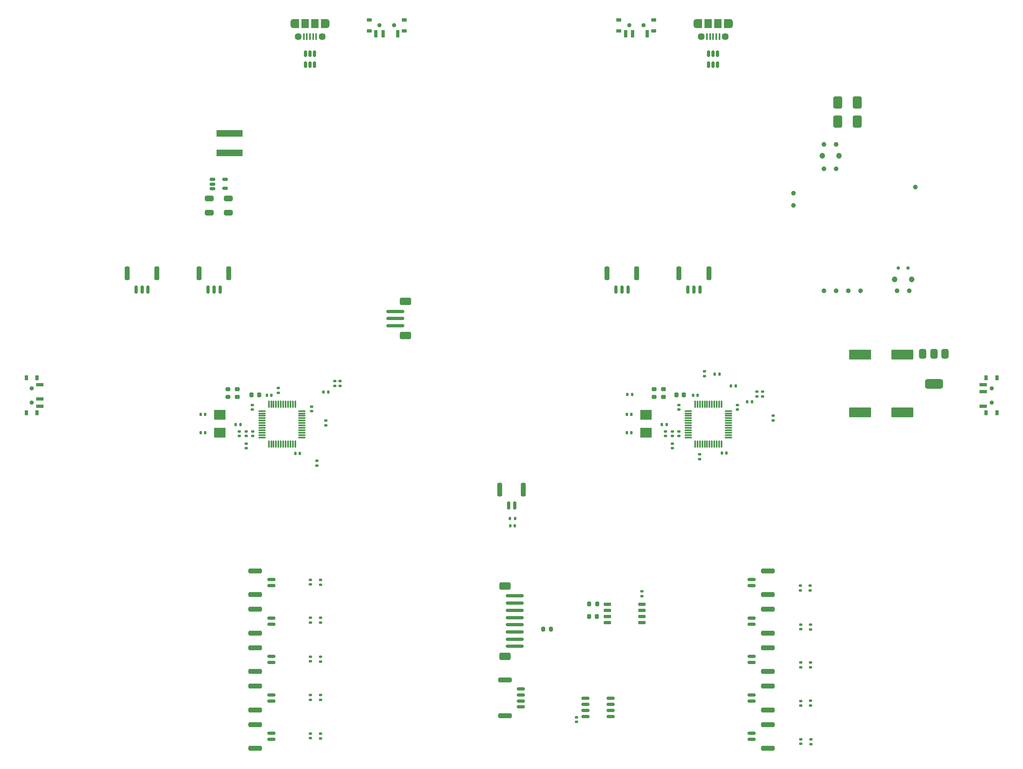
<source format=gbr>
%TF.GenerationSoftware,KiCad,Pcbnew,8.0.3*%
%TF.CreationDate,2024-06-21T22:14:07+02:00*%
%TF.ProjectId,Pilot,50696c6f-742e-46b6-9963-61645f706362,rev?*%
%TF.SameCoordinates,Original*%
%TF.FileFunction,Soldermask,Top*%
%TF.FilePolarity,Negative*%
%FSLAX46Y46*%
G04 Gerber Fmt 4.6, Leading zero omitted, Abs format (unit mm)*
G04 Created by KiCad (PCBNEW 8.0.3) date 2024-06-21 22:14:07*
%MOMM*%
%LPD*%
G01*
G04 APERTURE LIST*
G04 Aperture macros list*
%AMRoundRect*
0 Rectangle with rounded corners*
0 $1 Rounding radius*
0 $2 $3 $4 $5 $6 $7 $8 $9 X,Y pos of 4 corners*
0 Add a 4 corners polygon primitive as box body*
4,1,4,$2,$3,$4,$5,$6,$7,$8,$9,$2,$3,0*
0 Add four circle primitives for the rounded corners*
1,1,$1+$1,$2,$3*
1,1,$1+$1,$4,$5*
1,1,$1+$1,$6,$7*
1,1,$1+$1,$8,$9*
0 Add four rect primitives between the rounded corners*
20,1,$1+$1,$2,$3,$4,$5,0*
20,1,$1+$1,$4,$5,$6,$7,0*
20,1,$1+$1,$6,$7,$8,$9,0*
20,1,$1+$1,$8,$9,$2,$3,0*%
G04 Aperture macros list end*
%ADD10RoundRect,0.140000X0.170000X-0.140000X0.170000X0.140000X-0.170000X0.140000X-0.170000X-0.140000X0*%
%ADD11RoundRect,0.250001X2.049999X0.799999X-2.049999X0.799999X-2.049999X-0.799999X2.049999X-0.799999X0*%
%ADD12RoundRect,0.150000X-0.700000X0.150000X-0.700000X-0.150000X0.700000X-0.150000X0.700000X0.150000X0*%
%ADD13RoundRect,0.250000X-1.150000X0.250000X-1.150000X-0.250000X1.150000X-0.250000X1.150000X0.250000X0*%
%ADD14RoundRect,0.140000X-0.170000X0.140000X-0.170000X-0.140000X0.170000X-0.140000X0.170000X0.140000X0*%
%ADD15R,1.000000X0.800000*%
%ADD16C,0.900000*%
%ADD17R,0.700000X1.500000*%
%ADD18R,2.400000X2.000000*%
%ADD19RoundRect,0.140000X-0.140000X-0.170000X0.140000X-0.170000X0.140000X0.170000X-0.140000X0.170000X0*%
%ADD20RoundRect,0.135000X-0.185000X0.135000X-0.185000X-0.135000X0.185000X-0.135000X0.185000X0.135000X0*%
%ADD21RoundRect,0.200000X-0.200000X-0.275000X0.200000X-0.275000X0.200000X0.275000X-0.200000X0.275000X0*%
%ADD22RoundRect,0.225000X0.225000X0.250000X-0.225000X0.250000X-0.225000X-0.250000X0.225000X-0.250000X0*%
%ADD23RoundRect,0.140000X0.140000X0.170000X-0.140000X0.170000X-0.140000X-0.170000X0.140000X-0.170000X0*%
%ADD24RoundRect,0.175000X1.675000X-0.175000X1.675000X0.175000X-1.675000X0.175000X-1.675000X-0.175000X0*%
%ADD25RoundRect,0.250001X0.899999X-0.499999X0.899999X0.499999X-0.899999X0.499999X-0.899999X-0.499999X0*%
%ADD26RoundRect,0.155500X-0.397000X0.155500X-0.397000X-0.155500X0.397000X-0.155500X0.397000X0.155500X0*%
%ADD27RoundRect,0.150000X0.700000X-0.150000X0.700000X0.150000X-0.700000X0.150000X-0.700000X-0.150000X0*%
%ADD28RoundRect,0.250000X1.150000X-0.250000X1.150000X0.250000X-1.150000X0.250000X-1.150000X-0.250000X0*%
%ADD29RoundRect,0.147500X0.172500X-0.147500X0.172500X0.147500X-0.172500X0.147500X-0.172500X-0.147500X0*%
%ADD30RoundRect,0.250000X0.650000X-1.000000X0.650000X1.000000X-0.650000X1.000000X-0.650000X-1.000000X0*%
%ADD31RoundRect,0.150000X-0.650000X-0.150000X0.650000X-0.150000X0.650000X0.150000X-0.650000X0.150000X0*%
%ADD32RoundRect,0.135000X0.135000X0.185000X-0.135000X0.185000X-0.135000X-0.185000X0.135000X-0.185000X0*%
%ADD33RoundRect,0.135000X0.185000X-0.135000X0.185000X0.135000X-0.185000X0.135000X-0.185000X-0.135000X0*%
%ADD34R,0.400000X1.350000*%
%ADD35O,1.200000X1.900000*%
%ADD36R,1.200000X1.900000*%
%ADD37C,1.450000*%
%ADD38R,1.500000X1.900000*%
%ADD39R,5.500000X1.430000*%
%ADD40RoundRect,0.375000X-0.375000X0.625000X-0.375000X-0.625000X0.375000X-0.625000X0.375000X0.625000X0*%
%ADD41RoundRect,0.500000X-1.400000X0.500000X-1.400000X-0.500000X1.400000X-0.500000X1.400000X0.500000X0*%
%ADD42RoundRect,0.135000X-0.135000X-0.185000X0.135000X-0.185000X0.135000X0.185000X-0.135000X0.185000X0*%
%ADD43RoundRect,0.200000X0.200000X0.275000X-0.200000X0.275000X-0.200000X-0.275000X0.200000X-0.275000X0*%
%ADD44RoundRect,0.175000X-1.675000X0.175000X-1.675000X-0.175000X1.675000X-0.175000X1.675000X0.175000X0*%
%ADD45RoundRect,0.250001X-0.899999X0.499999X-0.899999X-0.499999X0.899999X-0.499999X0.899999X0.499999X0*%
%ADD46RoundRect,0.150000X-0.150000X-0.700000X0.150000X-0.700000X0.150000X0.700000X-0.150000X0.700000X0*%
%ADD47RoundRect,0.250000X-0.250000X-1.150000X0.250000X-1.150000X0.250000X1.150000X-0.250000X1.150000X0*%
%ADD48RoundRect,0.150000X-0.150000X0.512500X-0.150000X-0.512500X0.150000X-0.512500X0.150000X0.512500X0*%
%ADD49RoundRect,0.250000X-0.650000X0.325000X-0.650000X-0.325000X0.650000X-0.325000X0.650000X0.325000X0*%
%ADD50RoundRect,0.075000X-0.662500X-0.075000X0.662500X-0.075000X0.662500X0.075000X-0.662500X0.075000X0*%
%ADD51RoundRect,0.075000X-0.075000X-0.662500X0.075000X-0.662500X0.075000X0.662500X-0.075000X0.662500X0*%
%ADD52R,0.800000X1.000000*%
%ADD53R,1.500000X0.700000*%
%ADD54RoundRect,0.200000X-0.275000X0.200000X-0.275000X-0.200000X0.275000X-0.200000X0.275000X0.200000X0*%
%ADD55RoundRect,0.218750X-0.256250X0.218750X-0.256250X-0.218750X0.256250X-0.218750X0.256250X0.218750X0*%
%ADD56RoundRect,0.150000X0.675000X0.150000X-0.675000X0.150000X-0.675000X-0.150000X0.675000X-0.150000X0*%
%ADD57C,1.000000*%
%ADD58C,0.700000*%
%ADD59C,1.200000*%
G04 APERTURE END LIST*
D10*
%TO.C,C26*%
X48000000Y-81980000D03*
X48000000Y-81020000D03*
%TD*%
D11*
%TO.C,C34*%
X183400000Y-70500000D03*
X174600000Y-70500000D03*
%TD*%
D12*
%TO.C,J10*%
X152050000Y-125375000D03*
X152050000Y-126625000D03*
D13*
X155400000Y-123525000D03*
X155400000Y-128475000D03*
%TD*%
D14*
%TO.C,C24*%
X45300000Y-86520000D03*
X45300000Y-87480000D03*
%TD*%
D15*
%TO.C,SW3*%
X79650000Y-3080000D03*
X79650000Y-870000D03*
D16*
X77500000Y-1970000D03*
X74500000Y-1970000D03*
D15*
X72350000Y-3080000D03*
X72350000Y-870000D03*
D17*
X78250000Y-3730000D03*
X75250000Y-3730000D03*
X73750000Y-3730000D03*
%TD*%
D11*
%TO.C,C35*%
X183400000Y-82500000D03*
X174600000Y-82500000D03*
%TD*%
D10*
%TO.C,C13*%
X60100000Y-134380000D03*
X60100000Y-133420000D03*
%TD*%
D18*
%TO.C,Y2*%
X41200000Y-86750000D03*
X41200000Y-83050000D03*
%TD*%
D10*
%TO.C,C18*%
X162300000Y-143580000D03*
X162300000Y-142620000D03*
%TD*%
D14*
%TO.C,C28*%
X60300000Y-81320000D03*
X60300000Y-82280000D03*
%TD*%
D19*
%TO.C,C9*%
X126038000Y-83000000D03*
X126998000Y-83000000D03*
%TD*%
D20*
%TO.C,R29*%
X65200000Y-75990000D03*
X65200000Y-77010000D03*
%TD*%
D21*
%TO.C,R24*%
X118175000Y-122400000D03*
X119825000Y-122400000D03*
%TD*%
D22*
%TO.C,C2*%
X137875000Y-78900000D03*
X136325000Y-78900000D03*
%TD*%
D10*
%TO.C,C23*%
X115500000Y-146960000D03*
X115500000Y-146000000D03*
%TD*%
D18*
%TO.C,Y1*%
X130038000Y-86750000D03*
X130038000Y-83050000D03*
%TD*%
D19*
%TO.C,C6*%
X139837000Y-79000000D03*
X140797000Y-79000000D03*
%TD*%
D10*
%TO.C,C21*%
X162300000Y-135600000D03*
X162300000Y-134640000D03*
%TD*%
D23*
%TO.C,C4*%
X146780000Y-91000000D03*
X145820000Y-91000000D03*
%TD*%
D24*
%TO.C,J13*%
X102700000Y-131250000D03*
X102700000Y-129750000D03*
X102700000Y-128250000D03*
X102700000Y-126750000D03*
X102700000Y-125250000D03*
X102700000Y-123750000D03*
X102700000Y-122250000D03*
X102700000Y-120750000D03*
D25*
X100600000Y-133300000D03*
X100600000Y-118700000D03*
%TD*%
D20*
%TO.C,R18*%
X164300000Y-142590000D03*
X164300000Y-143610000D03*
%TD*%
D26*
%TO.C,U9*%
X39700000Y-34050000D03*
X39700000Y-35000000D03*
X39700000Y-35950000D03*
X42300000Y-35900000D03*
X42300000Y-34050000D03*
%TD*%
D27*
%TO.C,J6*%
X51950000Y-150625000D03*
X51950000Y-149375000D03*
D28*
X48600000Y-152475000D03*
X48600000Y-147525000D03*
%TD*%
D29*
%TO.C,L1*%
X135548000Y-89985000D03*
X135548000Y-89015000D03*
%TD*%
D30*
%TO.C,D4*%
X170000000Y-22000000D03*
X170000000Y-18000000D03*
%TD*%
D31*
%TO.C,U2*%
X122000000Y-122460000D03*
X122000000Y-123730000D03*
X122000000Y-125000000D03*
X122000000Y-126270000D03*
X129200000Y-126270000D03*
X129200000Y-125000000D03*
X129200000Y-123730000D03*
X129200000Y-122460000D03*
%TD*%
D32*
%TO.C,R11*%
X102710000Y-104675000D03*
X101690000Y-104675000D03*
%TD*%
D33*
%TO.C,R26*%
X156500000Y-84210000D03*
X156500000Y-83190000D03*
%TD*%
%TO.C,R4*%
X61400000Y-93610000D03*
X61400000Y-92590000D03*
%TD*%
D27*
%TO.C,J4*%
X51950000Y-134625000D03*
X51950000Y-133375000D03*
D28*
X48600000Y-136475000D03*
X48600000Y-131525000D03*
%TD*%
D34*
%TO.C,J20*%
X61300000Y-4262500D03*
X60650000Y-4262500D03*
X60000000Y-4262500D03*
X59350000Y-4262500D03*
X58700000Y-4262500D03*
D35*
X63500000Y-1562500D03*
D36*
X62900000Y-1562500D03*
D37*
X62500000Y-4262500D03*
D38*
X61000000Y-1562500D03*
X59000000Y-1562500D03*
D37*
X57500000Y-4262500D03*
D36*
X57100000Y-1562500D03*
D35*
X56500000Y-1562500D03*
%TD*%
D39*
%TO.C,L3*%
X43200000Y-28520000D03*
X43200000Y-24480000D03*
%TD*%
D40*
%TO.C,U8*%
X192300000Y-70350000D03*
X190000000Y-70350000D03*
D41*
X190000000Y-76650000D03*
D40*
X187700000Y-70350000D03*
%TD*%
D20*
%TO.C,R13*%
X62200000Y-133390000D03*
X62200000Y-134410000D03*
%TD*%
D42*
%TO.C,R30*%
X62790000Y-78300000D03*
X63810000Y-78300000D03*
%TD*%
D20*
%TO.C,R6*%
X153100000Y-78190000D03*
X153100000Y-79210000D03*
%TD*%
D43*
%TO.C,R23*%
X110225000Y-127700000D03*
X108575000Y-127700000D03*
%TD*%
D44*
%TO.C,J15*%
X77800000Y-61500000D03*
X77800000Y-63000000D03*
X77800000Y-64500000D03*
D45*
X79900000Y-59450000D03*
X79900000Y-66550000D03*
%TD*%
D46*
%TO.C,J19*%
X123750000Y-56950000D03*
X125000000Y-56950000D03*
X126250000Y-56950000D03*
D47*
X121900000Y-53600000D03*
X128100000Y-53600000D03*
%TD*%
D46*
%TO.C,J18*%
X138750000Y-56950000D03*
X140000000Y-56950000D03*
X141250000Y-56950000D03*
D47*
X136900000Y-53600000D03*
X143100000Y-53600000D03*
%TD*%
D43*
%TO.C,R25*%
X119805000Y-125015000D03*
X118155000Y-125015000D03*
%TD*%
D34*
%TO.C,J14*%
X145300000Y-4262500D03*
X144650000Y-4262500D03*
X144000000Y-4262500D03*
X143350000Y-4262500D03*
X142700000Y-4262500D03*
D35*
X147500000Y-1562500D03*
D36*
X146900000Y-1562500D03*
D37*
X146500000Y-4262500D03*
D38*
X145000000Y-1562500D03*
X143000000Y-1562500D03*
D37*
X141500000Y-4262500D03*
D36*
X141100000Y-1562500D03*
D35*
X140500000Y-1562500D03*
%TD*%
D20*
%TO.C,R8*%
X142200000Y-74000000D03*
X142200000Y-75020000D03*
%TD*%
%TO.C,R31*%
X53425000Y-77450000D03*
X53425000Y-78470000D03*
%TD*%
D48*
%TO.C,U6*%
X60950000Y-7862500D03*
X60000000Y-7862500D03*
X59050000Y-7862500D03*
X59050000Y-10137500D03*
X60000000Y-10137500D03*
X60950000Y-10137500D03*
%TD*%
D49*
%TO.C,C37*%
X39000000Y-38025000D03*
X39000000Y-40975000D03*
%TD*%
D19*
%TO.C,C32*%
X37200000Y-83000000D03*
X38160000Y-83000000D03*
%TD*%
D10*
%TO.C,C12*%
X60100000Y-118380000D03*
X60100000Y-117420000D03*
%TD*%
D42*
%TO.C,R2*%
X144290000Y-74600000D03*
X145310000Y-74600000D03*
%TD*%
D30*
%TO.C,D3*%
X174000000Y-22000000D03*
X174000000Y-18000000D03*
%TD*%
D20*
%TO.C,R20*%
X164400000Y-150590000D03*
X164400000Y-151610000D03*
%TD*%
D49*
%TO.C,C36*%
X43000000Y-38025000D03*
X43000000Y-40975000D03*
%TD*%
D33*
%TO.C,R27*%
X63300000Y-85210000D03*
X63300000Y-84190000D03*
%TD*%
D23*
%TO.C,C27*%
X57880000Y-91100000D03*
X56920000Y-91100000D03*
%TD*%
D50*
%TO.C,U1*%
X138837500Y-82250000D03*
X138837500Y-82750000D03*
X138837500Y-83250000D03*
X138837500Y-83750000D03*
X138837500Y-84250000D03*
X138837500Y-84750000D03*
X138837500Y-85250000D03*
X138837500Y-85750000D03*
X138837500Y-86250000D03*
X138837500Y-86750000D03*
X138837500Y-87250000D03*
X138837500Y-87750000D03*
D51*
X140250000Y-89162500D03*
X140750000Y-89162500D03*
X141250000Y-89162500D03*
X141750000Y-89162500D03*
X142250000Y-89162500D03*
X142750000Y-89162500D03*
X143250000Y-89162500D03*
X143750000Y-89162500D03*
X144250000Y-89162500D03*
X144750000Y-89162500D03*
X145250000Y-89162500D03*
X145750000Y-89162500D03*
D50*
X147162500Y-87750000D03*
X147162500Y-87250000D03*
X147162500Y-86750000D03*
X147162500Y-86250000D03*
X147162500Y-85750000D03*
X147162500Y-85250000D03*
X147162500Y-84750000D03*
X147162500Y-84250000D03*
X147162500Y-83750000D03*
X147162500Y-83250000D03*
X147162500Y-82750000D03*
X147162500Y-82250000D03*
D51*
X145750000Y-80837500D03*
X145250000Y-80837500D03*
X144750000Y-80837500D03*
X144250000Y-80837500D03*
X143750000Y-80837500D03*
X143250000Y-80837500D03*
X142750000Y-80837500D03*
X142250000Y-80837500D03*
X141750000Y-80837500D03*
X141250000Y-80837500D03*
X140750000Y-80837500D03*
X140250000Y-80837500D03*
%TD*%
D46*
%TO.C,J17*%
X23750000Y-56950000D03*
X25000000Y-56950000D03*
X26250000Y-56950000D03*
D47*
X21900000Y-53600000D03*
X28100000Y-53600000D03*
%TD*%
D32*
%TO.C,R1*%
X148710000Y-77000000D03*
X147690000Y-77000000D03*
%TD*%
D52*
%TO.C,SW2*%
X3080000Y-75350000D03*
X870000Y-75350000D03*
D16*
X1970000Y-77500000D03*
X1970000Y-80500000D03*
D52*
X3080000Y-82650000D03*
X870000Y-82650000D03*
D53*
X3730000Y-76750000D03*
X3730000Y-79750000D03*
X3730000Y-81250000D03*
%TD*%
D15*
%TO.C,SW1*%
X131650000Y-3080000D03*
X131650000Y-870000D03*
D16*
X129500000Y-1970000D03*
X126500000Y-1970000D03*
D15*
X124350000Y-3080000D03*
X124350000Y-870000D03*
D17*
X130250000Y-3730000D03*
X127250000Y-3730000D03*
X125750000Y-3730000D03*
%TD*%
D14*
%TO.C,C5*%
X149100000Y-81020000D03*
X149100000Y-81980000D03*
%TD*%
D54*
%TO.C,R33*%
X42900000Y-77675000D03*
X42900000Y-79325000D03*
%TD*%
D27*
%TO.C,J1*%
X103950000Y-143875000D03*
X103950000Y-142625000D03*
X103950000Y-141375000D03*
X103950000Y-140125000D03*
D28*
X100600000Y-145725000D03*
X100600000Y-138275000D03*
%TD*%
D12*
%TO.C,J8*%
X152050000Y-117375000D03*
X152050000Y-118625000D03*
D13*
X155400000Y-115525000D03*
X155400000Y-120475000D03*
%TD*%
D46*
%TO.C,J16*%
X38750000Y-56950000D03*
X40000000Y-56950000D03*
X41250000Y-56950000D03*
D47*
X36900000Y-53600000D03*
X43100000Y-53600000D03*
%TD*%
D27*
%TO.C,J3*%
X51950000Y-118625000D03*
X51950000Y-117375000D03*
D28*
X48600000Y-120475000D03*
X48600000Y-115525000D03*
%TD*%
D48*
%TO.C,U4*%
X144950000Y-7862500D03*
X144000000Y-7862500D03*
X143050000Y-7862500D03*
X143050000Y-10137500D03*
X144000000Y-10137500D03*
X144950000Y-10137500D03*
%TD*%
D20*
%TO.C,R28*%
X66300000Y-75990000D03*
X66300000Y-77010000D03*
%TD*%
D50*
%TO.C,U5*%
X50000000Y-82250000D03*
X50000000Y-82750000D03*
X50000000Y-83250000D03*
X50000000Y-83750000D03*
X50000000Y-84250000D03*
X50000000Y-84750000D03*
X50000000Y-85250000D03*
X50000000Y-85750000D03*
X50000000Y-86250000D03*
X50000000Y-86750000D03*
X50000000Y-87250000D03*
X50000000Y-87750000D03*
D51*
X51412500Y-89162500D03*
X51912500Y-89162500D03*
X52412500Y-89162500D03*
X52912500Y-89162500D03*
X53412500Y-89162500D03*
X53912500Y-89162500D03*
X54412500Y-89162500D03*
X54912500Y-89162500D03*
X55412500Y-89162500D03*
X55912500Y-89162500D03*
X56412500Y-89162500D03*
X56912500Y-89162500D03*
D50*
X58325000Y-87750000D03*
X58325000Y-87250000D03*
X58325000Y-86750000D03*
X58325000Y-86250000D03*
X58325000Y-85750000D03*
X58325000Y-85250000D03*
X58325000Y-84750000D03*
X58325000Y-84250000D03*
X58325000Y-83750000D03*
X58325000Y-83250000D03*
X58325000Y-82750000D03*
X58325000Y-82250000D03*
D51*
X56912500Y-80837500D03*
X56412500Y-80837500D03*
X55912500Y-80837500D03*
X55412500Y-80837500D03*
X54912500Y-80837500D03*
X54412500Y-80837500D03*
X53912500Y-80837500D03*
X53412500Y-80837500D03*
X52912500Y-80837500D03*
X52412500Y-80837500D03*
X51912500Y-80837500D03*
X51412500Y-80837500D03*
%TD*%
D46*
%TO.C,J2*%
X101375000Y-101950000D03*
X102625000Y-101950000D03*
D47*
X99525000Y-98600000D03*
X104475000Y-98600000D03*
%TD*%
D55*
%TO.C,D1*%
X133638000Y-77712500D03*
X133638000Y-79287500D03*
%TD*%
D54*
%TO.C,R22*%
X131738000Y-77675000D03*
X131738000Y-79325000D03*
%TD*%
D20*
%TO.C,R21*%
X164300000Y-134610000D03*
X164300000Y-135630000D03*
%TD*%
D10*
%TO.C,C30*%
X46700000Y-87480000D03*
X46700000Y-86520000D03*
%TD*%
D55*
%TO.C,D2*%
X44800000Y-77712500D03*
X44800000Y-79287500D03*
%TD*%
D22*
%TO.C,C25*%
X49375000Y-78900000D03*
X47825000Y-78900000D03*
%TD*%
D20*
%TO.C,R15*%
X62200000Y-149390000D03*
X62200000Y-150410000D03*
%TD*%
D19*
%TO.C,C33*%
X37200000Y-86800000D03*
X38160000Y-86800000D03*
%TD*%
D20*
%TO.C,R5*%
X154300000Y-78190000D03*
X154300000Y-79210000D03*
%TD*%
D33*
%TO.C,R3*%
X141200000Y-92310000D03*
X141200000Y-91290000D03*
%TD*%
D19*
%TO.C,C10*%
X126038000Y-86800000D03*
X126998000Y-86800000D03*
%TD*%
D10*
%TO.C,C7*%
X135538000Y-87480000D03*
X135538000Y-86520000D03*
%TD*%
D32*
%TO.C,R32*%
X45510000Y-85100000D03*
X44490000Y-85100000D03*
%TD*%
D19*
%TO.C,C11*%
X101720000Y-106175000D03*
X102680000Y-106175000D03*
%TD*%
D10*
%TO.C,C14*%
X60100000Y-142380000D03*
X60100000Y-141420000D03*
%TD*%
%TO.C,C3*%
X136838000Y-81980000D03*
X136838000Y-81020000D03*
%TD*%
%TO.C,C17*%
X162200000Y-119580000D03*
X162200000Y-118620000D03*
%TD*%
D52*
%TO.C,SW4*%
X200920000Y-82650000D03*
X203130000Y-82650000D03*
D16*
X202030000Y-80500000D03*
X202030000Y-77500000D03*
D52*
X200920000Y-75350000D03*
X203130000Y-75350000D03*
D53*
X200270000Y-81250000D03*
X200270000Y-78250000D03*
X200270000Y-76750000D03*
%TD*%
D27*
%TO.C,J7*%
X51950000Y-126625000D03*
X51950000Y-125375000D03*
D28*
X48600000Y-128475000D03*
X48600000Y-123525000D03*
%TD*%
D20*
%TO.C,R14*%
X62200000Y-141390000D03*
X62200000Y-142410000D03*
%TD*%
%TO.C,R19*%
X164300000Y-126690000D03*
X164300000Y-127710000D03*
%TD*%
D14*
%TO.C,C22*%
X129200000Y-119820000D03*
X129200000Y-120780000D03*
%TD*%
D10*
%TO.C,C15*%
X60100000Y-150380000D03*
X60100000Y-149420000D03*
%TD*%
D32*
%TO.C,R9*%
X134348000Y-85100000D03*
X133328000Y-85100000D03*
%TD*%
D12*
%TO.C,J12*%
X152050000Y-133375000D03*
X152050000Y-134625000D03*
D13*
X155400000Y-131525000D03*
X155400000Y-136475000D03*
%TD*%
D10*
%TO.C,C20*%
X162300000Y-151580000D03*
X162300000Y-150620000D03*
%TD*%
D12*
%TO.C,J11*%
X152050000Y-149375000D03*
X152050000Y-150625000D03*
D13*
X155400000Y-147525000D03*
X155400000Y-152475000D03*
%TD*%
D19*
%TO.C,C29*%
X51000000Y-79000000D03*
X51960000Y-79000000D03*
%TD*%
D20*
%TO.C,R12*%
X62200000Y-117390000D03*
X62200000Y-118410000D03*
%TD*%
D29*
%TO.C,L2*%
X46710000Y-89985000D03*
X46710000Y-89015000D03*
%TD*%
D20*
%TO.C,R17*%
X164200000Y-118590000D03*
X164200000Y-119610000D03*
%TD*%
D10*
%TO.C,C8*%
X136888000Y-87480000D03*
X136888000Y-86520000D03*
%TD*%
D12*
%TO.C,J9*%
X152050000Y-141375000D03*
X152050000Y-142625000D03*
D13*
X155400000Y-139525000D03*
X155400000Y-144475000D03*
%TD*%
D27*
%TO.C,J5*%
X51950000Y-142625000D03*
X51950000Y-141375000D03*
D28*
X48600000Y-144475000D03*
X48600000Y-139525000D03*
%TD*%
D10*
%TO.C,C31*%
X48050000Y-87480000D03*
X48050000Y-86520000D03*
%TD*%
D42*
%TO.C,R7*%
X151090000Y-80300000D03*
X152110000Y-80300000D03*
%TD*%
D56*
%TO.C,U3*%
X122625000Y-145905000D03*
X122625000Y-144635000D03*
X122625000Y-143365000D03*
X122625000Y-142095000D03*
X117375000Y-142095000D03*
X117375000Y-143365000D03*
X117375000Y-144635000D03*
X117375000Y-145905000D03*
%TD*%
D42*
%TO.C,R10*%
X126090000Y-78800000D03*
X127110000Y-78800000D03*
%TD*%
D10*
%TO.C,C16*%
X60100000Y-126280000D03*
X60100000Y-125320000D03*
%TD*%
D14*
%TO.C,C1*%
X134100000Y-86520000D03*
X134100000Y-87480000D03*
%TD*%
D20*
%TO.C,R16*%
X62200000Y-125300000D03*
X62200000Y-126320000D03*
%TD*%
D10*
%TO.C,C19*%
X162300000Y-127680000D03*
X162300000Y-126720000D03*
%TD*%
D57*
%TO.C,U7*%
X160760000Y-36920000D03*
X160760000Y-39460000D03*
D58*
X184620000Y-52477000D03*
D57*
X184890000Y-57240000D03*
D59*
X185370000Y-54890000D03*
X181870000Y-54890000D03*
D57*
X182350000Y-57240000D03*
D58*
X182620000Y-52500000D03*
D57*
X174730000Y-57240000D03*
X172190000Y-57240000D03*
X169650000Y-57240000D03*
X167110000Y-57240000D03*
X169650000Y-26760000D03*
X169650000Y-31840000D03*
D59*
X170257000Y-29109000D03*
X166757000Y-29109000D03*
D57*
X167110000Y-26760000D03*
X167110000Y-31840000D03*
X186160000Y-35650000D03*
%TD*%
M02*

</source>
